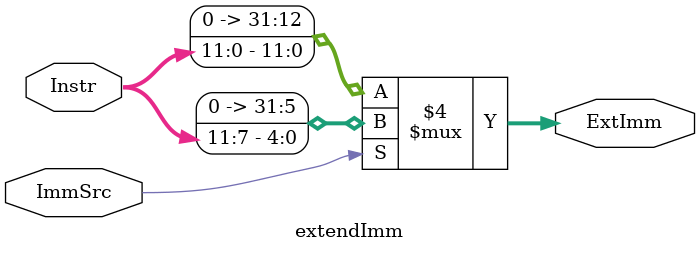
<source format=v>
module extendImm
	#(parameter W=32)
	( input wire [11:0] Instr,
	  input wire ImmSrc,
	  output reg [W-1:0] ExtImm);
	 
	 always @(*)
	 begin
		if(ImmSrc == 0) //Imm12
			ExtImm = {20'b0, Instr[11:0]};
		else
			ExtImm = {27'b0, Instr[11:7]};
	 
	 end
endmodule 
</source>
